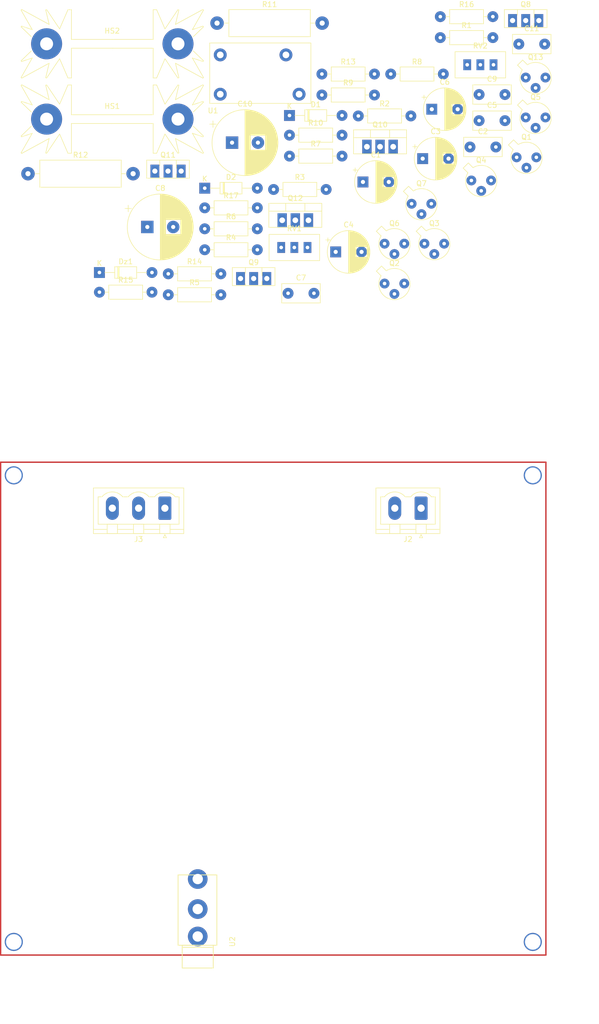
<source format=kicad_pcb>
(kicad_pcb (version 20171130) (host pcbnew "(5.1.9-0-10_14)")
  (layers (0 F.Cu signal) (31 B.Cu signal) (34 B.Paste user) (35 F.Paste user) (36 B.SilkS user) (37 F.SilkS user) (38 B.Mask user) (39 F.Mask user) (44 Edge.Cuts user))
  (net 0 "")
  (net 1 "Net-(C1-Pad1)")
  (net 2 "Net-(C1-Pad2)")
  (net 3 "Net-(C2-Pad1)")
  (net 4 "Net-(C2-Pad2)")
  (net 5 -12V)
  (net 6 "Net-(C3-Pad1)")
  (net 7 GND)
  (net 8 +12V)
  (net 9 "Net-(D1-Pad2)")
  (net 10 "Net-(D2-Pad1)")
  (net 11 "Net-(Dz1-Pad2)")
  (net 12 "Net-(Q1-Pad1)")
  (net 13 "Net-(Q2-Pad2)")
  (net 14 "Net-(Q2-Pad3)")
  (net 15 "Net-(Q3-Pad1)")
  (net 16 "Net-(Q4-Pad1)")
  (net 17 "Net-(Q5-Pad1)")
  (net 18 "Net-(Q6-Pad1)")
  (net 19 "Net-(Q6-Pad2)")
  (net 20 "Net-(Q6-Pad3)")
  (net 21 "Net-(Q7-Pad1)")
  (net 22 "Net-(Q8-Pad3)")
  (net 23 "Net-(Q10-Pad2)")
  (net 24 "Net-(Q10-Pad1)")
  (net 25 "Net-(Q11-Pad2)")
  (net 26 "Net-(Q11-Pad1)")
  (net 27 "Net-(R8-Pad1)")
  (net 28 "Net-(R10-Pad2)")
  (net 29 "Net-(R11-Pad1)")
  (net 30 "Net-(U2-PadTN)")
  (net 31 "Net-(J2-Pad2)")
  (module CmpAmpliAudio:CP_Radial_D8.0mm_P5.00mm (layer F.Cu) (at 130.999699 -19.864999)
    (fp_text reference C1 (at 2.5 -5.25) (layer F.SilkS))
    (fp_text value CP)
    (pad 1 thru_hole rect (at 0 0) (size 2.1 2.1) (drill 0.8) (layers *.Cu *.Mask) (net 1 "Net-(C1-Pad1)"))
    (pad 2 thru_hole circle (at 5 0) (size 2.1 2.1) (drill 0.8) (layers *.Cu *.Mask) (net 2 "Net-(C1-Pad2)"))
  )
  (module CmpAmpliAudio:C_Rect_L7.2mm_W3.5mm_P5.00mm_FKS2_FKP2_MKS2_MKP2 (layer F.Cu) (at 151.695001 -26.624999)
    (fp_text reference C2 (at 2.5 -3) (layer F.SilkS))
    (fp_text value C)
    (pad 1 thru_hole circle (at 0 0) (size 2.1 2.1) (drill 0.7) (layers *.Cu *.Mask) (net 3 "Net-(C2-Pad1)"))
    (pad 2 thru_hole circle (at 5 0) (size 2.1 2.1) (drill 0.7) (layers *.Cu *.Mask) (net 4 "Net-(C2-Pad2)"))
  )
  (module CmpAmpliAudio:CP_Radial_D8.0mm_P5.00mm (layer F.Cu) (at 142.549699 -24.374999)
    (fp_text reference C3 (at 2.5 -5.25) (layer F.SilkS))
    (fp_text value CP)
    (pad 2 thru_hole circle (at 5 0) (size 2.1 2.1) (drill 0.8) (layers *.Cu *.Mask) (net 5 -12V))
    (pad 1 thru_hole rect (at 0 0) (size 2.1 2.1) (drill 0.8) (layers *.Cu *.Mask) (net 6 "Net-(C3-Pad1)"))
  )
  (module CmpAmpliAudio:CP_Radial_D8.0mm_P5.00mm (layer F.Cu) (at 125.73 -6.35)
    (fp_text reference C4 (at 2.5 -5.25) (layer F.SilkS))
    (fp_text value CP)
    (pad 2 thru_hole circle (at 5 0) (size 2.1 2.1) (drill 0.8) (layers *.Cu *.Mask) (net 7 GND))
    (pad 1 thru_hole rect (at 0 0) (size 2.1 2.1) (drill 0.8) (layers *.Cu *.Mask) (net 8 +12V))
  )
  (module CmpAmpliAudio:C_Rect_L7.2mm_W3.5mm_P5.00mm_FKS2_FKP2_MKS2_MKP2 (layer F.Cu) (at 153.455001 -31.714999)
    (fp_text reference C5 (at 2.5 -3) (layer F.SilkS))
    (fp_text value C)
    (pad 2 thru_hole circle (at 5 0) (size 2.1 2.1) (drill 0.7) (layers *.Cu *.Mask) (net 8 +12V))
    (pad 1 thru_hole circle (at 0 0) (size 2.1 2.1) (drill 0.7) (layers *.Cu *.Mask) (net 7 GND))
  )
  (module CmpAmpliAudio:CP_Radial_D8.0mm_P5.00mm (layer F.Cu) (at 144.309699 -33.924999)
    (fp_text reference C6 (at 2.5 -5.25) (layer F.SilkS))
    (fp_text value CP)
    (pad 1 thru_hole rect (at 0 0) (size 2.1 2.1) (drill 0.8) (layers *.Cu *.Mask) (net 7 GND))
    (pad 2 thru_hole circle (at 5 0) (size 2.1 2.1) (drill 0.8) (layers *.Cu *.Mask) (net 5 -12V))
  )
  (module CmpAmpliAudio:C_Rect_L7.2mm_W3.5mm_P5.00mm_FKS2_FKP2_MKS2_MKP2 (layer F.Cu) (at 116.525001 1.645001)
    (fp_text reference C7 (at 2.5 -3) (layer F.SilkS))
    (fp_text value C)
    (pad 1 thru_hole circle (at 0 0) (size 2.1 2.1) (drill 0.7) (layers *.Cu *.Mask) (net 5 -12V))
    (pad 2 thru_hole circle (at 5 0) (size 2.1 2.1) (drill 0.7) (layers *.Cu *.Mask) (net 7 GND))
  )
  (module CmpAmpliAudio:CP_Radial_D12.5mm_P5.00mm (layer F.Cu) (at 89.317083 -11.164999)
    (fp_text reference C8 (at 2.5 -7.5) (layer F.SilkS))
    (fp_text value CP)
    (pad 2 thru_hole circle (at 5 0) (size 2.4 2.4) (drill 0.8) (layers *.Cu *.Mask) (net 7 GND))
    (pad 1 thru_hole rect (at 0 0) (size 2.4 2.4) (drill 0.8) (layers *.Cu *.Mask) (net 8 +12V))
  )
  (module CmpAmpliAudio:C_Rect_L7.2mm_W3.5mm_P5.00mm_FKS2_FKP2_MKS2_MKP2 (layer F.Cu) (at 153.455001 -36.764999)
    (fp_text reference C9 (at 2.5 -3) (layer F.SilkS))
    (fp_text value C)
    (pad 2 thru_hole circle (at 5 0) (size 2.1 2.1) (drill 0.7) (layers *.Cu *.Mask) (net 8 +12V))
    (pad 1 thru_hole circle (at 0 0) (size 2.1 2.1) (drill 0.7) (layers *.Cu *.Mask) (net 7 GND))
  )
  (module CmpAmpliAudio:CP_Radial_D12.5mm_P5.00mm (layer F.Cu) (at 105.697083 -27.464999)
    (fp_text reference C10 (at 2.5 -7.5) (layer F.SilkS))
    (fp_text value CP)
    (pad 1 thru_hole rect (at 0 0) (size 2.4 2.4) (drill 0.8) (layers *.Cu *.Mask) (net 7 GND))
    (pad 2 thru_hole circle (at 5 0) (size 2.4 2.4) (drill 0.8) (layers *.Cu *.Mask) (net 5 -12V))
  )
  (module CmpAmpliAudio:C_Rect_L7.2mm_W3.5mm_P5.00mm_FKS2_FKP2_MKS2_MKP2 (layer F.Cu) (at 161.135001 -46.514999)
    (fp_text reference C11 (at 2.5 -3) (layer F.SilkS))
    (fp_text value C)
    (pad 1 thru_hole circle (at 0 0) (size 2.1 2.1) (drill 0.7) (layers *.Cu *.Mask) (net 5 -12V))
    (pad 2 thru_hole circle (at 5 0) (size 2.1 2.1) (drill 0.7) (layers *.Cu *.Mask) (net 7 GND))
  )
  (module CmpAmpliAudio:D_DO-35_SOD27_P10.16mm_Horizontal (layer F.Cu) (at 116.795001 -32.714999)
    (fp_text reference D1 (at 5.08 -2.12) (layer F.SilkS))
    (fp_text value 1N4148)
    (fp_text user K (at 0 -1.8) (layer F.SilkS))
    (pad 1 thru_hole rect (at 0 0) (size 2.1 2.1) (drill 0.7) (layers *.Cu *.Mask) (net 8 +12V))
    (pad 2 thru_hole oval (at 10.16 0) (size 2.1 2.1) (drill 0.7) (layers *.Cu *.Mask) (net 9 "Net-(D1-Pad2)"))
  )
  (module CmpAmpliAudio:D_DO-35_SOD27_P10.16mm_Horizontal (layer F.Cu) (at 100.415001 -18.664999)
    (fp_text reference D2 (at 5.08 -2.12) (layer F.SilkS))
    (fp_text value 1N4148)
    (fp_text user K (at 0 -1.8) (layer F.SilkS))
    (pad 1 thru_hole rect (at 0 0) (size 2.1 2.1) (drill 0.7) (layers *.Cu *.Mask) (net 10 "Net-(D2-Pad1)"))
    (pad 2 thru_hole oval (at 10.16 0) (size 2.1 2.1) (drill 0.7) (layers *.Cu *.Mask) (net 6 "Net-(C3-Pad1)"))
  )
  (module CmpAmpliAudio:D_DO-35_SOD27_P10.16mm_Horizontal (layer F.Cu) (at 80.055001 -2.364999)
    (fp_text reference Dz1 (at 5.08 -2.12) (layer F.SilkS))
    (fp_text value D_Zener)
    (fp_text user K (at 0 -1.8) (layer F.SilkS))
    (pad 2 thru_hole oval (at 10.16 0) (size 2.1 2.1) (drill 0.7) (layers *.Cu *.Mask) (net 11 "Net-(Dz1-Pad2)"))
    (pad 1 thru_hole rect (at 0 0) (size 2.1 2.1) (drill 0.7) (layers *.Cu *.Mask) (net 8 +12V))
  )
  (module CmpAmpliAudio:Heatsink_Fischer_SK104-STC-STIC_35x13mm_2xDrill2.5mm (layer F.Cu) (at 82.545001 -32.014999)
    (fp_text reference HS1 (at -0.025 -2.5) (layer F.SilkS))
    (fp_text value Heatsink)
    (pad 1 thru_hole circle (at 12.7 0) (size 6 6) (drill 2.5) (layers *.Cu *.Mask))
    (pad 1 thru_hole circle (at -12.7 0 180) (size 6 6) (drill 2.5) (layers *.Cu *.Mask))
  )
  (module CmpAmpliAudio:Heatsink_Fischer_SK104-STC-STIC_35x13mm_2xDrill2.5mm (layer F.Cu) (at 82.545001 -46.564999)
    (fp_text reference HS2 (at -0.025 -2.5) (layer F.SilkS))
    (fp_text value Heatsink)
    (pad 1 thru_hole circle (at -12.7 0 180) (size 6 6) (drill 2.5) (layers *.Cu *.Mask))
    (pad 1 thru_hole circle (at 12.7 0) (size 6 6) (drill 2.5) (layers *.Cu *.Mask))
  )
  (module CmpAmpliAudio:PhoenixContact_MSTBVA_2,5_2-G-5,08_1x02_P5.08mm_Vertical (layer F.Cu) (at 142.24 43.18 180)
    (fp_text reference J2 (at 2.54 -6) (layer F.SilkS))
    (fp_text value Conn_01x02)
    (pad 1 thru_hole roundrect (at 0 0 180) (size 2.5 4.5) (drill 1.4) (layers *.Cu *.Mask) (roundrect_rratio 0.12) (net 7 GND))
    (pad 2 thru_hole oval (at 5.08 0 180) (size 2.5 4.5) (drill 1.4) (layers *.Cu *.Mask) (net 31 "Net-(J2-Pad2)"))
  )
  (module CmpAmpliAudio:PhoenixContact_MSTBVA_2,5_3-G-5,08_1x03_P5.08mm_Vertical (layer F.Cu) (at 92.71 43.18 180)
    (fp_text reference J3 (at 5.08 -6) (layer F.SilkS))
    (fp_text value Conn_01x03)
    (pad 1 thru_hole roundrect (at 0 0 180) (size 2.5 4.5) (drill 1.4) (layers *.Cu *.Mask) (roundrect_rratio 0.12) (net 5 -12V))
    (pad 2 thru_hole oval (at 5.08 0 180) (size 2.5 4.5) (drill 1.4) (layers *.Cu *.Mask) (net 7 GND))
    (pad 3 thru_hole oval (at 10.16 0 180) (size 2.5 4.5) (drill 1.4) (layers *.Cu *.Mask) (net 8 +12V))
  )
  (module CmpAmpliAudio:TO-18-3 (layer F.Cu) (at 161.344449 -24.525551)
    (fp_text reference Q1 (at 1.27 -4.02) (layer F.SilkS))
    (fp_text value Q_PNP_EBC)
    (pad 1 thru_hole circle (at -0.635 -0.1) (size 1.9 1.9) (drill 0.7) (layers *.Cu *.Mask) (net 12 "Net-(Q1-Pad1)"))
    (pad 2 thru_hole circle (at 1.27 1.905) (size 1.9 1.9) (drill 0.7) (layers *.Cu *.Mask) (net 1 "Net-(C1-Pad1)"))
    (pad 3 thru_hole circle (at 3.175 -0.1) (size 1.9 1.9) (drill 0.7) (layers *.Cu *.Mask) (net 4 "Net-(C2-Pad2)"))
  )
  (module CmpAmpliAudio:TO-18-3 (layer F.Cu) (at 135.814449 -0.135551)
    (fp_text reference Q2 (at 1.27 -4.02) (layer F.SilkS))
    (fp_text value Q_PNP_EBC)
    (pad 1 thru_hole circle (at -0.635 -0.1) (size 1.9 1.9) (drill 0.7) (layers *.Cu *.Mask) (net 12 "Net-(Q1-Pad1)"))
    (pad 2 thru_hole circle (at 1.27 1.905) (size 1.9 1.9) (drill 0.7) (layers *.Cu *.Mask) (net 13 "Net-(Q2-Pad2)"))
    (pad 3 thru_hole circle (at 3.175 -0.1) (size 1.9 1.9) (drill 0.7) (layers *.Cu *.Mask) (net 14 "Net-(Q2-Pad3)"))
  )
  (module CmpAmpliAudio:TO-18-3 (layer F.Cu) (at 143.524449 -7.845551)
    (fp_text reference Q3 (at 1.27 -4.02) (layer F.SilkS))
    (fp_text value Q_PNP_EBC)
    (pad 3 thru_hole circle (at 3.175 -0.1) (size 1.9 1.9) (drill 0.7) (layers *.Cu *.Mask) (net 12 "Net-(Q1-Pad1)"))
    (pad 2 thru_hole circle (at 1.27 1.905) (size 1.9 1.9) (drill 0.7) (layers *.Cu *.Mask) (net 11 "Net-(Dz1-Pad2)"))
    (pad 1 thru_hole circle (at -0.635 -0.1) (size 1.9 1.9) (drill 0.7) (layers *.Cu *.Mask) (net 15 "Net-(Q3-Pad1)"))
  )
  (module CmpAmpliAudio:TO-18-3 (layer F.Cu) (at 152.594449 -20.055551)
    (fp_text reference Q4 (at 1.27 -4.02) (layer F.SilkS))
    (fp_text value Q_NPN_EBC)
    (pad 3 thru_hole circle (at 3.175 -0.1) (size 1.9 1.9) (drill 0.7) (layers *.Cu *.Mask) (net 3 "Net-(C2-Pad1)"))
    (pad 2 thru_hole circle (at 1.27 1.905) (size 1.9 1.9) (drill 0.7) (layers *.Cu *.Mask) (net 4 "Net-(C2-Pad2)"))
    (pad 1 thru_hole circle (at -0.635 -0.1) (size 1.9 1.9) (drill 0.7) (layers *.Cu *.Mask) (net 16 "Net-(Q4-Pad1)"))
  )
  (module CmpAmpliAudio:TO-18-3 (layer F.Cu) (at 163.104449 -32.235551)
    (fp_text reference Q5 (at 1.27 -4.02) (layer F.SilkS))
    (fp_text value Q_NPN_EBC)
    (pad 3 thru_hole circle (at 3.175 -0.1) (size 1.9 1.9) (drill 0.7) (layers *.Cu *.Mask) (net 3 "Net-(C2-Pad1)"))
    (pad 2 thru_hole circle (at 1.27 1.905) (size 1.9 1.9) (drill 0.7) (layers *.Cu *.Mask) (net 16 "Net-(Q4-Pad1)"))
    (pad 1 thru_hole circle (at -0.635 -0.1) (size 1.9 1.9) (drill 0.7) (layers *.Cu *.Mask) (net 17 "Net-(Q5-Pad1)"))
  )
  (module CmpAmpliAudio:TO-18-3 (layer F.Cu) (at 135.814449 -7.845551)
    (fp_text reference Q6 (at 1.27 -4.02) (layer F.SilkS))
    (fp_text value Q_PNP_EBC)
    (pad 1 thru_hole circle (at -0.635 -0.1) (size 1.9 1.9) (drill 0.7) (layers *.Cu *.Mask) (net 18 "Net-(Q6-Pad1)"))
    (pad 2 thru_hole circle (at 1.27 1.905) (size 1.9 1.9) (drill 0.7) (layers *.Cu *.Mask) (net 19 "Net-(Q6-Pad2)"))
    (pad 3 thru_hole circle (at 3.175 -0.1) (size 1.9 1.9) (drill 0.7) (layers *.Cu *.Mask) (net 20 "Net-(Q6-Pad3)"))
  )
  (module CmpAmpliAudio:TO-18-3 (layer F.Cu) (at 141.044449 -15.555551)
    (fp_text reference Q7 (at 1.27 -4.02) (layer F.SilkS))
    (fp_text value Q_PNP_EBC)
    (pad 3 thru_hole circle (at 3.175 -0.1) (size 1.9 1.9) (drill 0.7) (layers *.Cu *.Mask) (net 19 "Net-(Q6-Pad2)"))
    (pad 2 thru_hole circle (at 1.27 1.905) (size 1.9 1.9) (drill 0.7) (layers *.Cu *.Mask) (net 19 "Net-(Q6-Pad2)"))
    (pad 1 thru_hole circle (at -0.635 -0.1) (size 1.9 1.9) (drill 0.7) (layers *.Cu *.Mask) (net 21 "Net-(Q7-Pad1)"))
  )
  (module CmpAmpliAudio:TO-126-3_Vertical (layer F.Cu) (at 159.925001 -51.064999)
    (fp_text reference Q8 (at 2.54 -3.12) (layer F.SilkS))
    (fp_text value BD139)
    (pad 1 thru_hole rect (at 0 0) (size 1.7 2.5) (drill 1) (layers *.Cu *.Mask) (net 3 "Net-(C2-Pad1)"))
    (pad 2 thru_hole rect (at 2.54 0) (size 1.7 2.5) (drill 1) (layers *.Cu *.Mask) (net 20 "Net-(Q6-Pad3)"))
    (pad 3 thru_hole rect (at 5.08 0) (size 1.7 2.5) (drill 1) (layers *.Cu *.Mask) (net 22 "Net-(Q8-Pad3)"))
  )
  (module CmpAmpliAudio:TO-126-3_Vertical (layer F.Cu) (at 107.335001 -1.204999)
    (fp_text reference Q9 (at 2.54 -3.12) (layer F.SilkS))
    (fp_text value BD139)
    (pad 1 thru_hole rect (at 0 0) (size 1.7 2.5) (drill 1) (layers *.Cu *.Mask) (net 23 "Net-(Q10-Pad2)"))
    (pad 2 thru_hole rect (at 2.54 0) (size 1.7 2.5) (drill 1) (layers *.Cu *.Mask) (net 24 "Net-(Q10-Pad1)"))
    (pad 3 thru_hole rect (at 5.08 0) (size 1.7 2.5) (drill 1) (layers *.Cu *.Mask) (net 20 "Net-(Q6-Pad3)"))
  )
  (module CmpAmpliAudio:TO-220-3_Vertical (layer F.Cu) (at 131.765001 -26.674999)
    (fp_text reference Q10 (at 2.54 -4.27) (layer F.SilkS))
    (fp_text value Q_PNP_BCE)
    (pad 1 thru_hole rect (at 0 0) (size 1.8 2.7) (drill 1.1) (layers *.Cu *.Mask) (net 24 "Net-(Q10-Pad1)"))
    (pad 2 thru_hole rect (at 2.54 0) (size 1.8 2.7) (drill 1.1) (layers *.Cu *.Mask) (net 23 "Net-(Q10-Pad2)"))
    (pad 3 thru_hole rect (at 5.08 0) (size 1.8 2.7) (drill 1.1) (layers *.Cu *.Mask) (net 8 +12V))
  )
  (module CmpAmpliAudio:TO-126-3_Vertical (layer F.Cu) (at 90.775001 -21.964999)
    (fp_text reference Q11 (at 2.54 -3.12) (layer F.SilkS))
    (fp_text value BD139)
    (pad 3 thru_hole rect (at 5.08 0) (size 1.7 2.5) (drill 1) (layers *.Cu *.Mask) (net 3 "Net-(C2-Pad1)"))
    (pad 2 thru_hole rect (at 2.54 0) (size 1.7 2.5) (drill 1) (layers *.Cu *.Mask) (net 25 "Net-(Q11-Pad2)"))
    (pad 1 thru_hole rect (at 0 0) (size 1.7 2.5) (drill 1) (layers *.Cu *.Mask) (net 26 "Net-(Q11-Pad1)"))
  )
  (module CmpAmpliAudio:TO-220-3_Vertical (layer F.Cu) (at 115.385001 -12.464999)
    (fp_text reference Q12 (at 2.54 -4.27) (layer F.SilkS))
    (fp_text value Q_PNP_BCE)
    (pad 3 thru_hole rect (at 5.08 0) (size 1.8 2.7) (drill 1.1) (layers *.Cu *.Mask) (net 5 -12V))
    (pad 2 thru_hole rect (at 2.54 0) (size 1.8 2.7) (drill 1.1) (layers *.Cu *.Mask) (net 26 "Net-(Q11-Pad1)"))
    (pad 1 thru_hole rect (at 0 0) (size 1.8 2.7) (drill 1.1) (layers *.Cu *.Mask) (net 25 "Net-(Q11-Pad2)"))
  )
  (module CmpAmpliAudio:TO-18-3 (layer F.Cu) (at 163.104449 -39.945551)
    (fp_text reference Q13 (at 1.27 -4.02) (layer F.SilkS))
    (fp_text value Q_NPN_EBC)
    (pad 1 thru_hole circle (at -0.635 -0.1) (size 1.9 1.9) (drill 0.7) (layers *.Cu *.Mask) (net 7 GND))
    (pad 2 thru_hole circle (at 1.27 1.905) (size 1.9 1.9) (drill 0.7) (layers *.Cu *.Mask) (net 10 "Net-(D2-Pad1)"))
    (pad 3 thru_hole circle (at 3.175 -0.1) (size 1.9 1.9) (drill 0.7) (layers *.Cu *.Mask) (net 9 "Net-(D1-Pad2)"))
  )
  (module CmpAmpliAudio:R_Axial_DIN0207_L6.3mm_D2.5mm_P10.16mm_Horizontal (layer F.Cu) (at 145.955001 -47.764999)
    (fp_text reference R1 (at 5.08 -2.37) (layer F.SilkS))
    (fp_text value R)
    (pad 2 thru_hole circle (at 10.16 0) (size 2.1 2.1) (drill 0.7) (layers *.Cu *.Mask) (net 7 GND))
    (pad 1 thru_hole circle (at 0 0) (size 2.1 2.1) (drill 0.7) (layers *.Cu *.Mask) (net 1 "Net-(C1-Pad1)"))
  )
  (module CmpAmpliAudio:R_Axial_DIN0207_L6.3mm_D2.5mm_P10.16mm_Horizontal (layer F.Cu) (at 130.105001 -32.624999)
    (fp_text reference R2 (at 5.08 -2.37) (layer F.SilkS))
    (fp_text value R)
    (pad 1 thru_hole circle (at 0 0) (size 2.1 2.1) (drill 0.7) (layers *.Cu *.Mask) (net 4 "Net-(C2-Pad2)"))
    (pad 2 thru_hole circle (at 10.16 0) (size 2.1 2.1) (drill 0.7) (layers *.Cu *.Mask) (net 5 -12V))
  )
  (module CmpAmpliAudio:R_Axial_DIN0207_L6.3mm_D2.5mm_P10.16mm_Horizontal (layer F.Cu) (at 113.725001 -18.414999)
    (fp_text reference R3 (at 5.08 -2.37) (layer F.SilkS))
    (fp_text value R)
    (pad 2 thru_hole circle (at 10.16 0) (size 2.1 2.1) (drill 0.7) (layers *.Cu *.Mask) (net 5 -12V))
    (pad 1 thru_hole circle (at 0 0) (size 2.1 2.1) (drill 0.7) (layers *.Cu *.Mask) (net 14 "Net-(Q2-Pad3)"))
  )
  (module CmpAmpliAudio:R_Axial_DIN0207_L6.3mm_D2.5mm_P10.16mm_Horizontal (layer F.Cu) (at 100.415001 -6.764999)
    (fp_text reference R4 (at 5.08 -2.37) (layer F.SilkS))
    (fp_text value R)
    (pad 1 thru_hole circle (at 0 0) (size 2.1 2.1) (drill 0.7) (layers *.Cu *.Mask) (net 8 +12V))
    (pad 2 thru_hole circle (at 10.16 0) (size 2.1 2.1) (drill 0.7) (layers *.Cu *.Mask) (net 15 "Net-(Q3-Pad1)"))
  )
  (module CmpAmpliAudio:R_Axial_DIN0207_L6.3mm_D2.5mm_P10.16mm_Horizontal (layer F.Cu) (at 93.365001 1.935001)
    (fp_text reference R5 (at 5.08 -2.37) (layer F.SilkS))
    (fp_text value R)
    (pad 2 thru_hole circle (at 10.16 0) (size 2.1 2.1) (drill 0.7) (layers *.Cu *.Mask) (net 7 GND))
    (pad 1 thru_hole circle (at 0 0) (size 2.1 2.1) (drill 0.7) (layers *.Cu *.Mask) (net 11 "Net-(Dz1-Pad2)"))
  )
  (module CmpAmpliAudio:R_Axial_DIN0207_L6.3mm_D2.5mm_P10.16mm_Horizontal (layer F.Cu) (at 100.415001 -10.814999)
    (fp_text reference R6 (at 5.08 -2.37) (layer F.SilkS))
    (fp_text value R)
    (pad 2 thru_hole circle (at 10.16 0) (size 2.1 2.1) (drill 0.7) (layers *.Cu *.Mask) (net 17 "Net-(Q5-Pad1)"))
    (pad 1 thru_hole circle (at 0 0) (size 2.1 2.1) (drill 0.7) (layers *.Cu *.Mask) (net 5 -12V))
  )
  (module CmpAmpliAudio:R_Axial_DIN0207_L6.3mm_D2.5mm_P10.16mm_Horizontal (layer F.Cu) (at 116.795001 -24.864999)
    (fp_text reference R7 (at 5.08 -2.37) (layer F.SilkS))
    (fp_text value R)
    (pad 2 thru_hole circle (at 10.16 0) (size 2.1 2.1) (drill 0.7) (layers *.Cu *.Mask) (net 18 "Net-(Q6-Pad1)"))
    (pad 1 thru_hole circle (at 0 0) (size 2.1 2.1) (drill 0.7) (layers *.Cu *.Mask) (net 8 +12V))
  )
  (module CmpAmpliAudio:R_Axial_DIN0207_L6.3mm_D2.5mm_P10.16mm_Horizontal (layer F.Cu) (at 136.375001 -40.724999)
    (fp_text reference R8 (at 5.08 -2.37) (layer F.SilkS))
    (fp_text value R)
    (pad 1 thru_hole circle (at 0 0) (size 2.1 2.1) (drill 0.7) (layers *.Cu *.Mask) (net 27 "Net-(R8-Pad1)"))
    (pad 2 thru_hole circle (at 10.16 0) (size 2.1 2.1) (drill 0.7) (layers *.Cu *.Mask) (net 3 "Net-(C2-Pad1)"))
  )
  (module CmpAmpliAudio:R_Axial_DIN0207_L6.3mm_D2.5mm_P10.16mm_Horizontal (layer F.Cu) (at 123.065001 -36.674999)
    (fp_text reference R9 (at 5.08 -2.37) (layer F.SilkS))
    (fp_text value R)
    (pad 1 thru_hole circle (at 0 0) (size 2.1 2.1) (drill 0.7) (layers *.Cu *.Mask) (net 8 +12V))
    (pad 2 thru_hole circle (at 10.16 0) (size 2.1 2.1) (drill 0.7) (layers *.Cu *.Mask) (net 21 "Net-(Q7-Pad1)"))
  )
  (module CmpAmpliAudio:R_Axial_DIN0207_L6.3mm_D2.5mm_P10.16mm_Horizontal (layer F.Cu) (at 116.795001 -28.914999)
    (fp_text reference R10 (at 5.08 -2.37) (layer F.SilkS))
    (fp_text value R)
    (pad 2 thru_hole circle (at 10.16 0) (size 2.1 2.1) (drill 0.7) (layers *.Cu *.Mask) (net 28 "Net-(R10-Pad2)"))
    (pad 1 thru_hole circle (at 0 0) (size 2.1 2.1) (drill 0.7) (layers *.Cu *.Mask) (net 19 "Net-(Q6-Pad2)"))
  )
  (module CmpAmpliAudio:R_Axial_DIN0516_L15.5mm_D5.0mm_P20.32mm_Horizontal (layer F.Cu) (at 102.795001 -50.564999)
    (fp_text reference R11 (at 10.16 -3.62) (layer F.SilkS))
    (fp_text value R)
    (pad 2 thru_hole oval (at 20.32 0) (size 2.6 2.6) (drill 1) (layers *.Cu *.Mask) (net 23 "Net-(Q10-Pad2)"))
    (pad 1 thru_hole circle (at 0 0) (size 2.6 2.6) (drill 1) (layers *.Cu *.Mask) (net 29 "Net-(R11-Pad1)"))
  )
  (module CmpAmpliAudio:R_Axial_DIN0516_L15.5mm_D5.0mm_P20.32mm_Horizontal (layer F.Cu) (at 66.245001 -21.464999)
    (fp_text reference R12 (at 10.16 -3.62) (layer F.SilkS))
    (fp_text value R)
    (pad 1 thru_hole circle (at 0 0) (size 2.6 2.6) (drill 1) (layers *.Cu *.Mask) (net 26 "Net-(Q11-Pad1)"))
    (pad 2 thru_hole oval (at 20.32 0) (size 2.6 2.6) (drill 1) (layers *.Cu *.Mask) (net 29 "Net-(R11-Pad1)"))
  )
  (module CmpAmpliAudio:R_Axial_DIN0207_L6.3mm_D2.5mm_P10.16mm_Horizontal (layer F.Cu) (at 123.065001 -40.724999)
    (fp_text reference R13 (at 5.08 -2.37) (layer F.SilkS))
    (fp_text value R)
    (pad 1 thru_hole circle (at 0 0) (size 2.1 2.1) (drill 0.7) (layers *.Cu *.Mask) (net 7 GND))
    (pad 2 thru_hole circle (at 10.16 0) (size 2.1 2.1) (drill 0.7) (layers *.Cu *.Mask) (net 29 "Net-(R11-Pad1)"))
  )
  (module CmpAmpliAudio:R_Axial_DIN0207_L6.3mm_D2.5mm_P10.16mm_Horizontal (layer F.Cu) (at 93.365001 -2.114999)
    (fp_text reference R14 (at 5.08 -2.37) (layer F.SilkS))
    (fp_text value R)
    (pad 1 thru_hole circle (at 0 0) (size 2.1 2.1) (drill 0.7) (layers *.Cu *.Mask) (net 29 "Net-(R11-Pad1)"))
    (pad 2 thru_hole circle (at 10.16 0) (size 2.1 2.1) (drill 0.7) (layers *.Cu *.Mask) (net 13 "Net-(Q2-Pad2)"))
  )
  (module CmpAmpliAudio:R_Axial_DIN0207_L6.3mm_D2.5mm_P10.16mm_Horizontal (layer F.Cu) (at 80.055001 1.435001)
    (fp_text reference R15 (at 5.08 -2.37) (layer F.SilkS))
    (fp_text value R)
    (pad 2 thru_hole circle (at 10.16 0) (size 2.1 2.1) (drill 0.7) (layers *.Cu *.Mask) (net 7 GND))
    (pad 1 thru_hole circle (at 0 0) (size 2.1 2.1) (drill 0.7) (layers *.Cu *.Mask) (net 13 "Net-(Q2-Pad2)"))
  )
  (module CmpAmpliAudio:R_Axial_DIN0207_L6.3mm_D2.5mm_P10.16mm_Horizontal (layer F.Cu) (at 145.955001 -51.814999)
    (fp_text reference R16 (at 5.08 -2.37) (layer F.SilkS))
    (fp_text value R)
    (pad 1 thru_hole circle (at 0 0) (size 2.1 2.1) (drill 0.7) (layers *.Cu *.Mask) (net 6 "Net-(C3-Pad1)"))
    (pad 2 thru_hole circle (at 10.16 0) (size 2.1 2.1) (drill 0.7) (layers *.Cu *.Mask) (net 8 +12V))
  )
  (module CmpAmpliAudio:R_Axial_DIN0207_L6.3mm_D2.5mm_P10.16mm_Horizontal (layer F.Cu) (at 100.415001 -14.864999)
    (fp_text reference R17 (at 5.08 -2.37) (layer F.SilkS))
    (fp_text value R)
    (pad 1 thru_hole circle (at 0 0) (size 2.1 2.1) (drill 0.7) (layers *.Cu *.Mask) (net 7 GND))
    (pad 2 thru_hole circle (at 10.16 0) (size 2.1 2.1) (drill 0.7) (layers *.Cu *.Mask) (net 10 "Net-(D2-Pad1)"))
  )
  (module CmpAmpliAudio:Potentiometer_Bourns_3296W_Vertical (layer F.Cu) (at 120.275001 -7.204999)
    (fp_text reference RV1 (at -2.54 -3.66) (layer F.SilkS))
    (fp_text value R_POT)
    (pad 1 thru_hole rect (at 0 0) (size 1.5 2.1) (drill 0.7) (layers *.Cu *.Mask) (net 20 "Net-(Q6-Pad3)"))
    (pad 2 thru_hole rect (at -2.54 0) (size 1.5 2.1) (drill 0.7) (layers *.Cu *.Mask) (net 22 "Net-(Q8-Pad3)"))
    (pad 3 thru_hole rect (at -5.08 0) (size 1.5 2.1) (drill 0.7) (layers *.Cu *.Mask) (net 27 "Net-(R8-Pad1)"))
  )
  (module CmpAmpliAudio:Potentiometer_Bourns_3296W_Vertical (layer F.Cu) (at 156.235001 -42.514999)
    (fp_text reference RV2 (at -2.54 -3.66) (layer F.SilkS))
    (fp_text value R_POT)
    (pad 3 thru_hole rect (at -5.08 0) (size 1.5 2.1) (drill 0.7) (layers *.Cu *.Mask) (net 7 GND))
    (pad 2 thru_hole rect (at -2.54 0) (size 1.5 2.1) (drill 0.7) (layers *.Cu *.Mask) (net 28 "Net-(R10-Pad2)"))
    (pad 1 thru_hole rect (at 0 0) (size 1.5 2.1) (drill 0.7) (layers *.Cu *.Mask) (net 28 "Net-(R10-Pad2)"))
  )
  (module lib_be:Relay_be (layer F.Cu) (at 103.412001 -36.823999)
    (fp_text reference U1 (at -1.397 3.175) (layer F.SilkS))
    (fp_text value Relay_1CT)
    (pad b2 thru_hole circle (at 0 -7.6) (size 2.5 2.5) (drill 1.3) (layers *.Cu *.Mask) (net 8 +12V))
    (pad b1 thru_hole circle (at 0 0) (size 2.5 2.5) (drill 1.3) (layers *.Cu *.Mask) (net 9 "Net-(D1-Pad2)"))
    (pad c1 thru_hole circle (at 15.24 0) (size 2.5 2.5) (drill 1.3) (layers *.Cu *.Mask) (net 29 "Net-(R11-Pad1)"))
    (pad c2 thru_hole circle (at 12.7 -7.6) (size 2.5 2.5) (drill 1.3) (layers *.Cu *.Mask) (net 31 "Net-(J2-Pad2)"))
  )
  (module CmpAmpliAudio:Jack_35RAPC2AV (layer F.Cu) (at 99.06 128.05 90)
    (fp_text reference U2 (at 1.1 6.7 90) (layer F.SilkS))
    (fp_text value Jack_Mono)
    (pad TN thru_hole circle (at 13.2 0 90) (size 3.8 3.8) (drill 2) (layers *.Cu *.Mask) (net 30 "Net-(U2-PadTN)"))
    (pad G thru_hole circle (at 2.1 0 90) (size 3.8 3.8) (drill 2) (layers *.Cu *.Mask) (net 7 GND))
    (pad T thru_hole circle (at 7.4 0 90) (size 3.8 3.8) (drill 2) (layers *.Cu *.Mask) (net 2 "Net-(C1-Pad2)"))
  )
  (via (at 163.83 127) (size 3.5) (drill 3) (layers F.Cu B.Cu) (net 0))
  (via (at 163.83 36.83) (size 3.5) (drill 3) (layers F.Cu B.Cu) (net 0))
  (via (at 63.5 127) (size 3.5) (drill 3) (layers F.Cu B.Cu) (net 0))
  (via (at 63.5 36.83) (size 3.5) (drill 3) (layers F.Cu B.Cu) (net 0))
  (segment (start 60.96 34.29) (end 166.37 34.29) (width 0.25) (layer F.Cu) (net 0))
  (segment (start 166.37 34.29) (end 166.37 129.54) (width 0.25) (layer F.Cu) (net 0))
  (segment (start 166.37 129.54) (end 60.96 129.54) (width 0.25) (layer F.Cu) (net 0))
  (segment (start 60.96 129.54) (end 60.96 34.29) (width 0.25) (layer F.Cu) (net 0))
)
</source>
